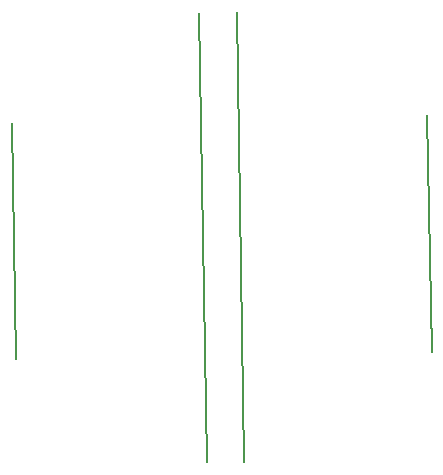
<source format=gbr>
%TF.GenerationSoftware,KiCad,Pcbnew,(6.0.4-0)*%
%TF.CreationDate,2022-06-10T10:13:31+02:00*%
%TF.ProjectId,basbousa,62617362-6f75-4736-912e-6b696361645f,v1.0.0*%
%TF.SameCoordinates,Original*%
%TF.FileFunction,Other,Comment*%
%FSLAX46Y46*%
G04 Gerber Fmt 4.6, Leading zero omitted, Abs format (unit mm)*
G04 Created by KiCad (PCBNEW (6.0.4-0)) date 2022-06-10 10:13:31*
%MOMM*%
%LPD*%
G01*
G04 APERTURE LIST*
%ADD10C,0.200000*%
G04 APERTURE END LIST*
D10*
%TO.C,REF\u002A\u002A*%
X86160673Y77067460D02*
X85811625Y97064414D01*
X121355311Y77681784D02*
X121006263Y97678738D01*
X102316180Y68298077D02*
X101651243Y106392274D01*
X105515693Y68353924D02*
X104850756Y106448121D01*
%TD*%
M02*

</source>
